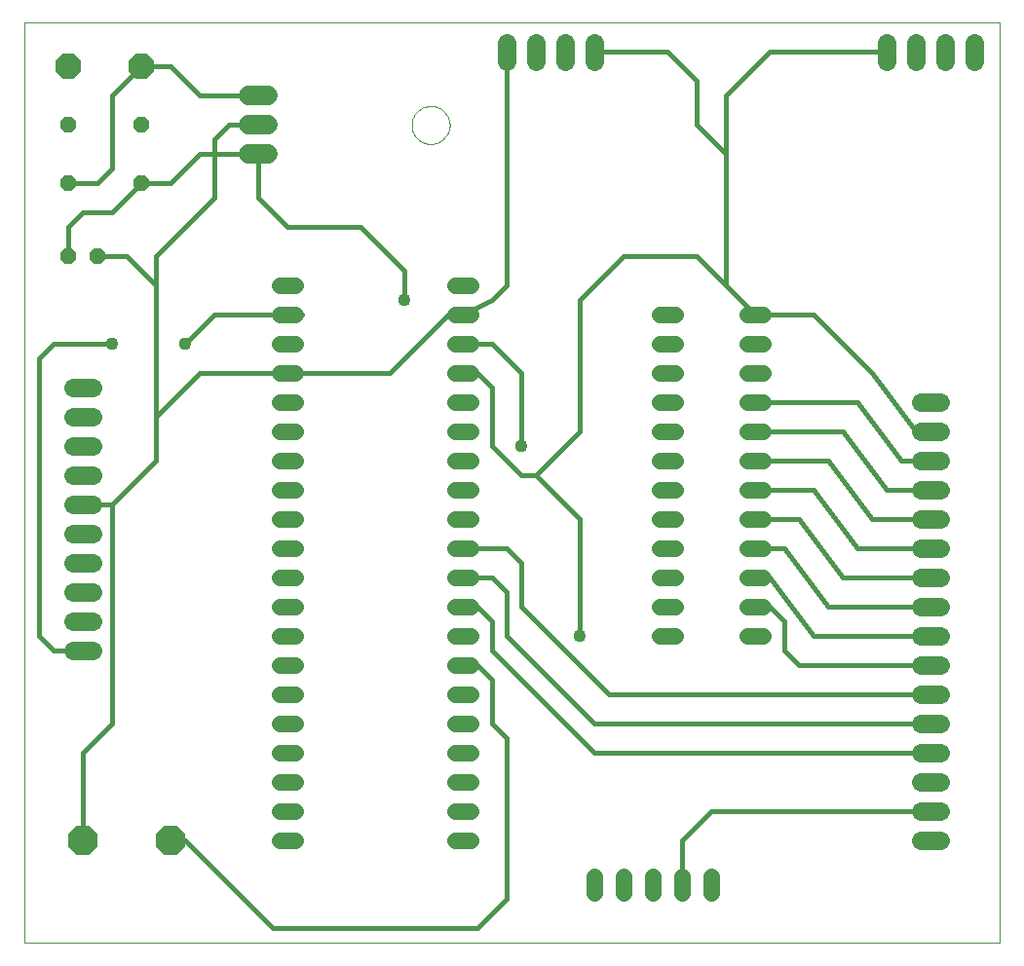
<source format=gtl>
G75*
%MOIN*%
%OFA0B0*%
%FSLAX24Y24*%
%IPPOS*%
%LPD*%
%AMOC8*
5,1,8,0,0,1.08239X$1,22.5*
%
%ADD10C,0.0000*%
%ADD11C,0.0560*%
%ADD12C,0.0640*%
%ADD13OC8,0.0850*%
%ADD14OC8,0.1000*%
%ADD15C,0.0680*%
%ADD16OC8,0.0560*%
%ADD17C,0.0160*%
%ADD18C,0.0436*%
D10*
X000100Y000100D02*
X000100Y031596D01*
X033470Y031596D01*
X033470Y000100D01*
X000100Y000100D01*
X013350Y028100D02*
X013352Y028150D01*
X013358Y028200D01*
X013368Y028250D01*
X013381Y028298D01*
X013398Y028346D01*
X013419Y028392D01*
X013443Y028436D01*
X013471Y028478D01*
X013502Y028518D01*
X013536Y028555D01*
X013573Y028590D01*
X013612Y028621D01*
X013653Y028650D01*
X013697Y028675D01*
X013743Y028697D01*
X013790Y028715D01*
X013838Y028729D01*
X013887Y028740D01*
X013937Y028747D01*
X013987Y028750D01*
X014038Y028749D01*
X014088Y028744D01*
X014138Y028735D01*
X014186Y028723D01*
X014234Y028706D01*
X014280Y028686D01*
X014325Y028663D01*
X014368Y028636D01*
X014408Y028606D01*
X014446Y028573D01*
X014481Y028537D01*
X014514Y028498D01*
X014543Y028457D01*
X014569Y028414D01*
X014592Y028369D01*
X014611Y028322D01*
X014626Y028274D01*
X014638Y028225D01*
X014646Y028175D01*
X014650Y028125D01*
X014650Y028075D01*
X014646Y028025D01*
X014638Y027975D01*
X014626Y027926D01*
X014611Y027878D01*
X014592Y027831D01*
X014569Y027786D01*
X014543Y027743D01*
X014514Y027702D01*
X014481Y027663D01*
X014446Y027627D01*
X014408Y027594D01*
X014368Y027564D01*
X014325Y027537D01*
X014280Y027514D01*
X014234Y027494D01*
X014186Y027477D01*
X014138Y027465D01*
X014088Y027456D01*
X014038Y027451D01*
X013987Y027450D01*
X013937Y027453D01*
X013887Y027460D01*
X013838Y027471D01*
X013790Y027485D01*
X013743Y027503D01*
X013697Y027525D01*
X013653Y027550D01*
X013612Y027579D01*
X013573Y027610D01*
X013536Y027645D01*
X013502Y027682D01*
X013471Y027722D01*
X013443Y027764D01*
X013419Y027808D01*
X013398Y027854D01*
X013381Y027902D01*
X013368Y027950D01*
X013358Y028000D01*
X013352Y028050D01*
X013350Y028100D01*
D11*
X014820Y022600D02*
X015380Y022600D01*
X015380Y021600D02*
X014820Y021600D01*
X014820Y020600D02*
X015380Y020600D01*
X015380Y019600D02*
X014820Y019600D01*
X014820Y018600D02*
X015380Y018600D01*
X015380Y017600D02*
X014820Y017600D01*
X014820Y016600D02*
X015380Y016600D01*
X015380Y015600D02*
X014820Y015600D01*
X014820Y014600D02*
X015380Y014600D01*
X015380Y013600D02*
X014820Y013600D01*
X014820Y012600D02*
X015380Y012600D01*
X015380Y011600D02*
X014820Y011600D01*
X014820Y010600D02*
X015380Y010600D01*
X015380Y009600D02*
X014820Y009600D01*
X014820Y008600D02*
X015380Y008600D01*
X015380Y007600D02*
X014820Y007600D01*
X014820Y006600D02*
X015380Y006600D01*
X015380Y005600D02*
X014820Y005600D01*
X014820Y004600D02*
X015380Y004600D01*
X015380Y003600D02*
X014820Y003600D01*
X019600Y002380D02*
X019600Y001820D01*
X020600Y001820D02*
X020600Y002380D01*
X021600Y002380D02*
X021600Y001820D01*
X022600Y001820D02*
X022600Y002380D01*
X023600Y002380D02*
X023600Y001820D01*
X022380Y010600D02*
X021820Y010600D01*
X021820Y011600D02*
X022380Y011600D01*
X022380Y012600D02*
X021820Y012600D01*
X021820Y013600D02*
X022380Y013600D01*
X022380Y014600D02*
X021820Y014600D01*
X021820Y015600D02*
X022380Y015600D01*
X022380Y016600D02*
X021820Y016600D01*
X021820Y017600D02*
X022380Y017600D01*
X022380Y018600D02*
X021820Y018600D01*
X021820Y019600D02*
X022380Y019600D01*
X022380Y020600D02*
X021820Y020600D01*
X021820Y021600D02*
X022380Y021600D01*
X024820Y021600D02*
X025380Y021600D01*
X025380Y020600D02*
X024820Y020600D01*
X024820Y019600D02*
X025380Y019600D01*
X025380Y018600D02*
X024820Y018600D01*
X024820Y017600D02*
X025380Y017600D01*
X025380Y016600D02*
X024820Y016600D01*
X024820Y015600D02*
X025380Y015600D01*
X025380Y014600D02*
X024820Y014600D01*
X024820Y013600D02*
X025380Y013600D01*
X025380Y012600D02*
X024820Y012600D01*
X024820Y011600D02*
X025380Y011600D01*
X025380Y010600D02*
X024820Y010600D01*
X009380Y010600D02*
X008820Y010600D01*
X008820Y009600D02*
X009380Y009600D01*
X009380Y008600D02*
X008820Y008600D01*
X008820Y007600D02*
X009380Y007600D01*
X009380Y006600D02*
X008820Y006600D01*
X008820Y005600D02*
X009380Y005600D01*
X009380Y004600D02*
X008820Y004600D01*
X008820Y003600D02*
X009380Y003600D01*
X009380Y011600D02*
X008820Y011600D01*
X008820Y012600D02*
X009380Y012600D01*
X009380Y013600D02*
X008820Y013600D01*
X008820Y014600D02*
X009380Y014600D01*
X009380Y015600D02*
X008820Y015600D01*
X008820Y016600D02*
X009380Y016600D01*
X009380Y017600D02*
X008820Y017600D01*
X008820Y018600D02*
X009380Y018600D01*
X009380Y019600D02*
X008820Y019600D01*
X008820Y020600D02*
X009380Y020600D01*
X009380Y021600D02*
X008820Y021600D01*
X008820Y022600D02*
X009380Y022600D01*
D12*
X002420Y019100D02*
X001780Y019100D01*
X001780Y018100D02*
X002420Y018100D01*
X002420Y017100D02*
X001780Y017100D01*
X001780Y016100D02*
X002420Y016100D01*
X002420Y015100D02*
X001780Y015100D01*
X001780Y014100D02*
X002420Y014100D01*
X002420Y013100D02*
X001780Y013100D01*
X001780Y012100D02*
X002420Y012100D01*
X002420Y011100D02*
X001780Y011100D01*
X001780Y010100D02*
X002420Y010100D01*
X016600Y030280D02*
X016600Y030920D01*
X017600Y030920D02*
X017600Y030280D01*
X018600Y030280D02*
X018600Y030920D01*
X019600Y030920D02*
X019600Y030280D01*
X029600Y030280D02*
X029600Y030920D01*
X030600Y030920D02*
X030600Y030280D01*
X031600Y030280D02*
X031600Y030920D01*
X032600Y030920D02*
X032600Y030280D01*
X031420Y018600D02*
X030780Y018600D01*
X030780Y017600D02*
X031420Y017600D01*
X031420Y016600D02*
X030780Y016600D01*
X030780Y015600D02*
X031420Y015600D01*
X031420Y014600D02*
X030780Y014600D01*
X030780Y013600D02*
X031420Y013600D01*
X031420Y012600D02*
X030780Y012600D01*
X030780Y011600D02*
X031420Y011600D01*
X031420Y010600D02*
X030780Y010600D01*
X030780Y009600D02*
X031420Y009600D01*
X031420Y008600D02*
X030780Y008600D01*
X030780Y007600D02*
X031420Y007600D01*
X031420Y006600D02*
X030780Y006600D01*
X030780Y005600D02*
X031420Y005600D01*
X031420Y004600D02*
X030780Y004600D01*
X030780Y003600D02*
X031420Y003600D01*
D13*
X004100Y030100D03*
X001600Y030100D03*
D14*
X002100Y003600D03*
X005100Y003600D03*
D15*
X007760Y027100D02*
X008440Y027100D01*
X008440Y028100D02*
X007760Y028100D01*
X007760Y029100D02*
X008440Y029100D01*
D16*
X004100Y028100D03*
X004100Y026100D03*
X001600Y026100D03*
X001600Y028100D03*
X001600Y023600D03*
X002600Y023600D03*
D17*
X003600Y023600D01*
X004600Y022600D01*
X004600Y018100D01*
X006100Y019600D01*
X009100Y019600D01*
X012600Y019600D01*
X014600Y021600D01*
X015100Y021600D01*
X016100Y022100D01*
X016600Y022600D01*
X016600Y030600D01*
X019600Y030600D02*
X022100Y030600D01*
X023100Y029600D01*
X023100Y028100D01*
X024100Y027100D01*
X024100Y029100D01*
X025600Y030600D01*
X029600Y030600D01*
X024100Y027100D02*
X024100Y022600D01*
X023100Y023600D01*
X020600Y023600D01*
X019100Y022100D01*
X019100Y017600D01*
X017600Y016100D01*
X017100Y016100D01*
X016100Y017100D01*
X016100Y019100D01*
X015600Y019600D01*
X015100Y019600D01*
X015100Y020600D02*
X016100Y020600D01*
X017100Y019600D01*
X017100Y017100D01*
X017600Y016100D02*
X019100Y014600D01*
X019100Y010600D01*
X017100Y011600D02*
X017100Y013100D01*
X016600Y013600D01*
X015100Y013600D01*
X015100Y012600D02*
X016100Y012600D01*
X016600Y012100D01*
X016600Y010600D01*
X019600Y007600D01*
X031100Y007600D01*
X031100Y006600D02*
X019600Y006600D01*
X016100Y010100D01*
X016100Y011100D01*
X015600Y011600D01*
X015100Y011600D01*
X015100Y009600D02*
X015600Y009600D01*
X016100Y009100D01*
X016100Y007600D01*
X016600Y007100D01*
X016600Y001600D01*
X015600Y000600D01*
X008600Y000600D01*
X005600Y003600D01*
X005100Y003600D01*
X002100Y003600D02*
X002100Y006600D01*
X003100Y007600D01*
X003100Y015100D01*
X002100Y015100D01*
X003100Y015100D02*
X004600Y016600D01*
X004600Y018100D01*
X005600Y020600D02*
X006600Y021600D01*
X009100Y021600D01*
X009600Y021600D01*
X009100Y024600D02*
X011600Y024600D01*
X013100Y023100D01*
X013100Y022100D01*
X009100Y024600D02*
X008100Y025600D01*
X008100Y027100D01*
X006100Y027100D01*
X005100Y026100D01*
X004100Y026100D01*
X003100Y025100D01*
X002100Y025100D01*
X001600Y024600D01*
X001600Y023600D01*
X001600Y026100D02*
X002600Y026100D01*
X003100Y026600D01*
X003100Y029100D01*
X004100Y030100D01*
X005100Y030100D01*
X006100Y029100D01*
X008100Y029100D01*
X008100Y028100D02*
X007100Y028100D01*
X006600Y027600D01*
X006600Y025600D01*
X004600Y023600D01*
X004600Y022600D01*
X003100Y020600D02*
X001100Y020600D01*
X000600Y020100D01*
X000600Y010600D01*
X001100Y010100D01*
X002100Y010100D01*
X017100Y011600D02*
X020100Y008600D01*
X031100Y008600D01*
X031100Y009600D02*
X026600Y009600D01*
X026100Y010100D01*
X026100Y011100D01*
X025600Y011600D01*
X025100Y011600D01*
X025100Y012600D02*
X025600Y012600D01*
X027100Y010600D01*
X031100Y010600D01*
X031100Y011600D02*
X027600Y011600D01*
X026100Y013600D01*
X025100Y013600D01*
X025100Y014600D02*
X026600Y014600D01*
X028100Y012600D01*
X031100Y012600D01*
X031100Y013600D02*
X028600Y013600D01*
X027100Y015600D01*
X025100Y015600D01*
X025100Y016600D02*
X027600Y016600D01*
X029100Y014600D01*
X031100Y014600D01*
X031100Y015600D02*
X029600Y015600D01*
X028100Y017600D01*
X025100Y017600D01*
X025100Y018600D02*
X028600Y018600D01*
X030100Y016600D01*
X031100Y016600D01*
X031100Y017600D02*
X030600Y017600D01*
X029100Y019600D01*
X027100Y021600D01*
X025100Y021600D01*
X024100Y022600D01*
X023600Y004600D02*
X031100Y004600D01*
X023600Y004600D02*
X022600Y003600D01*
X022600Y002100D01*
D18*
X019100Y010600D03*
X017100Y017100D03*
X013100Y022100D03*
X005600Y020600D03*
X003100Y020600D03*
M02*

</source>
